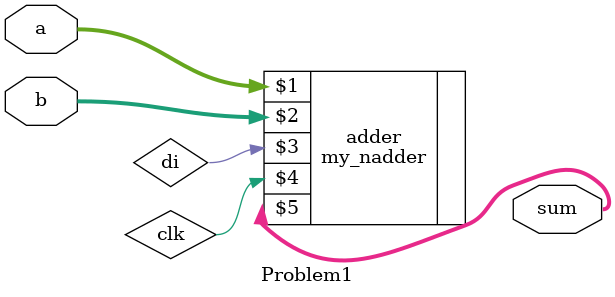
<source format=sv>
module Problem1(input [3:0] a, b, output [3:0] sum);
  logic di, clk;
  my_nadder adder(a, b, di, clk, sum);
endmodule
</source>
